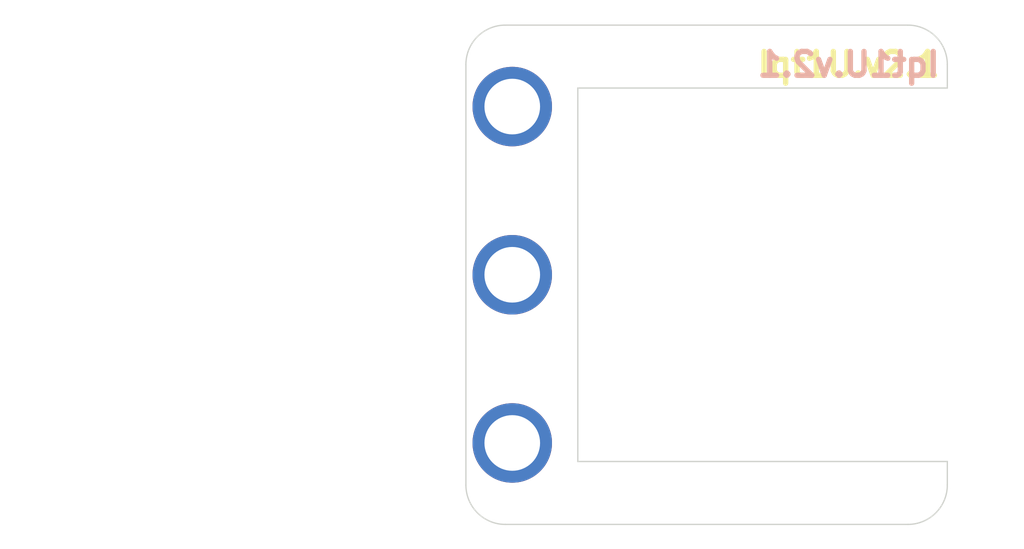
<source format=kicad_pcb>
(kicad_pcb (version 20171130) (host pcbnew "(5.1.6)-1")

  (general
    (thickness 1.6)
    (drawings 18)
    (tracks 0)
    (zones 0)
    (modules 3)
    (nets 1)
  )

  (page A4)
  (layers
    (0 F.Cu signal)
    (31 B.Cu signal)
    (32 B.Adhes user)
    (33 F.Adhes user)
    (34 B.Paste user)
    (35 F.Paste user)
    (36 B.SilkS user)
    (37 F.SilkS user)
    (38 B.Mask user)
    (39 F.Mask user)
    (40 Dwgs.User user)
    (41 Cmts.User user)
    (42 Eco1.User user hide)
    (43 Eco2.User user)
    (44 Edge.Cuts user)
    (45 Margin user)
    (46 B.CrtYd user)
    (47 F.CrtYd user)
    (48 B.Fab user)
    (49 F.Fab user)
  )

  (setup
    (last_trace_width 0.25)
    (trace_clearance 0.2)
    (zone_clearance 0.508)
    (zone_45_only no)
    (trace_min 0.2)
    (via_size 0.8)
    (via_drill 0.4)
    (via_min_size 0.4)
    (via_min_drill 0.3)
    (uvia_size 0.3)
    (uvia_drill 0.1)
    (uvias_allowed no)
    (uvia_min_size 0.2)
    (uvia_min_drill 0.1)
    (edge_width 0.05)
    (segment_width 0.2)
    (pcb_text_width 0.3)
    (pcb_text_size 1.5 1.5)
    (mod_edge_width 0.12)
    (mod_text_size 1 1)
    (mod_text_width 0.15)
    (pad_size 1.524 1.524)
    (pad_drill 0.762)
    (pad_to_mask_clearance 0.051)
    (solder_mask_min_width 0.25)
    (aux_axis_origin 0 0)
    (visible_elements 7FFFFFFF)
    (pcbplotparams
      (layerselection 0x010f0_ffffffff)
      (usegerberextensions true)
      (usegerberattributes false)
      (usegerberadvancedattributes false)
      (creategerberjobfile false)
      (excludeedgelayer true)
      (linewidth 0.100000)
      (plotframeref false)
      (viasonmask false)
      (mode 1)
      (useauxorigin false)
      (hpglpennumber 1)
      (hpglpenspeed 20)
      (hpglpendiameter 15.000000)
      (psnegative false)
      (psa4output false)
      (plotreference true)
      (plotvalue true)
      (plotinvisibletext false)
      (padsonsilk false)
      (subtractmaskfromsilk true)
      (outputformat 1)
      (mirror false)
      (drillshape 0)
      (scaleselection 1)
      (outputdirectory "../GERBER/v2.1/I-quamoclit-top_1U.v2.1"))
  )

  (net 0 "")

  (net_class Default "これはデフォルトのネット クラスです。"
    (clearance 0.2)
    (trace_width 0.25)
    (via_dia 0.8)
    (via_drill 0.4)
    (uvia_dia 0.3)
    (uvia_drill 0.1)
  )

  (module Ipomoea-library:Ipomoea-quamoclit_Base_SCREW_HOLE_2.1_TH_3.0 (layer F.Cu) (tedit 5F6CA9B0) (tstamp 5EDF9A6F)
    (at -9.525 6.35)
    (fp_text reference REF** (at 0 3.175) (layer Dwgs.User)
      (effects (font (size 1 1) (thickness 0.15)))
    )
    (fp_text value Ipomoea-quamoclit_Base_SCREW_HOLE_2.1_TH_3.0 (at 0 -3.175) (layer F.Fab)
      (effects (font (size 1 1) (thickness 0.15)))
    )
    (pad "" thru_hole circle (at 0 0) (size 3 3) (drill 2.1) (layers *.Cu *.Mask))
  )

  (module Ipomoea-library:Ipomoea-quamoclit_Base_SCREW_HOLE_2.1_TH_3.0 (layer F.Cu) (tedit 5F6CA9B0) (tstamp 5EDF9A67)
    (at -9.525 -6.35)
    (fp_text reference REF** (at 0 3.175) (layer Dwgs.User)
      (effects (font (size 1 1) (thickness 0.15)))
    )
    (fp_text value Ipomoea-quamoclit_Base_SCREW_HOLE_2.1_TH_3.0 (at 0 -3.175) (layer F.Fab)
      (effects (font (size 1 1) (thickness 0.15)))
    )
    (pad "" thru_hole circle (at 0 0) (size 3 3) (drill 2.1) (layers *.Cu *.Mask))
  )

  (module Ipomoea-library:Ipomoea-quamoclit_Base_SCREW_HOLE_2.1_TH_3.0 (layer F.Cu) (tedit 5F6CA9B0) (tstamp 5EDF9A2C)
    (at -9.525 0)
    (fp_text reference REF** (at 0 3.175) (layer Dwgs.User)
      (effects (font (size 1 1) (thickness 0.15)))
    )
    (fp_text value Ipomoea-quamoclit_Base_SCREW_HOLE_2.1_TH_3.0 (at 0 -3.175) (layer F.Fab)
      (effects (font (size 1 1) (thickness 0.15)))
    )
    (pad "" thru_hole circle (at 0 0) (size 3 3) (drill 2.1) (layers *.Cu *.Mask))
  )

  (gr_line (start 7 -7) (end -7 -7) (layer Eco1.User) (width 0.15) (tstamp 5F60D428))
  (gr_line (start 7 7) (end 7 -7) (layer Eco1.User) (width 0.15))
  (gr_line (start -7 7) (end 7 7) (layer Eco1.User) (width 0.15))
  (gr_line (start -7 -7) (end -7 7) (layer Eco1.User) (width 0.15))
  (gr_text Iqt1U.v2.1 (at 3.175 -7.9375) (layer F.SilkS) (tstamp 5F018D91)
    (effects (font (size 0.9 0.9) (thickness 0.2)))
  )
  (gr_text Iqt1U.v2.1 (at 3.175 -7.9375) (layer B.SilkS) (tstamp 5F018D90)
    (effects (font (size 0.9 0.9) (thickness 0.2)) (justify mirror))
  )
  (gr_line (start -11.275 -7.9375) (end -11.275 7.9375) (layer Edge.Cuts) (width 0.05) (tstamp 5EF8AE40))
  (gr_arc (start -9.7875 7.9375) (end -11.275 7.9375) (angle -90) (layer Edge.Cuts) (width 0.05) (tstamp 5EF8AE3F))
  (gr_arc (start 5.4125 -7.9375) (end 6.9 -7.9375) (angle -90) (layer Edge.Cuts) (width 0.05) (tstamp 5EF8AE3E))
  (gr_line (start 6.9 7.05) (end 6.9 7.9375) (layer Edge.Cuts) (width 0.05) (tstamp 5EF8AE3D))
  (gr_line (start -9.7875 9.425) (end 5.4125 9.425) (layer Edge.Cuts) (width 0.05) (tstamp 5EF8AE3B))
  (gr_line (start -9.7875 -9.425) (end 5.4125 -9.425) (layer Edge.Cuts) (width 0.05) (tstamp 5EF8AE3A))
  (gr_arc (start -9.7875 -7.9375) (end -9.7875 -9.425) (angle -90) (layer Edge.Cuts) (width 0.05) (tstamp 5EF8AE39))
  (gr_line (start 6.9 -7.9375) (end 6.9 -7.05) (layer Edge.Cuts) (width 0.05) (tstamp 5EF8AE38))
  (gr_arc (start 5.4125 7.9375) (end 5.4125 9.425) (angle -90) (layer Edge.Cuts) (width 0.05) (tstamp 5EF8AE37))
  (gr_line (start 6.9 7.05) (end -7.05 7.05) (layer Edge.Cuts) (width 0.05) (tstamp 5EDF95CF))
  (gr_line (start -7.05 7.05) (end -7.05 -7.05) (layer Edge.Cuts) (width 0.05) (tstamp 5EDF95CE))
  (gr_line (start -7.05 -7.05) (end 6.9 -7.05) (layer Edge.Cuts) (width 0.05) (tstamp 5EDF95CD))

)

</source>
